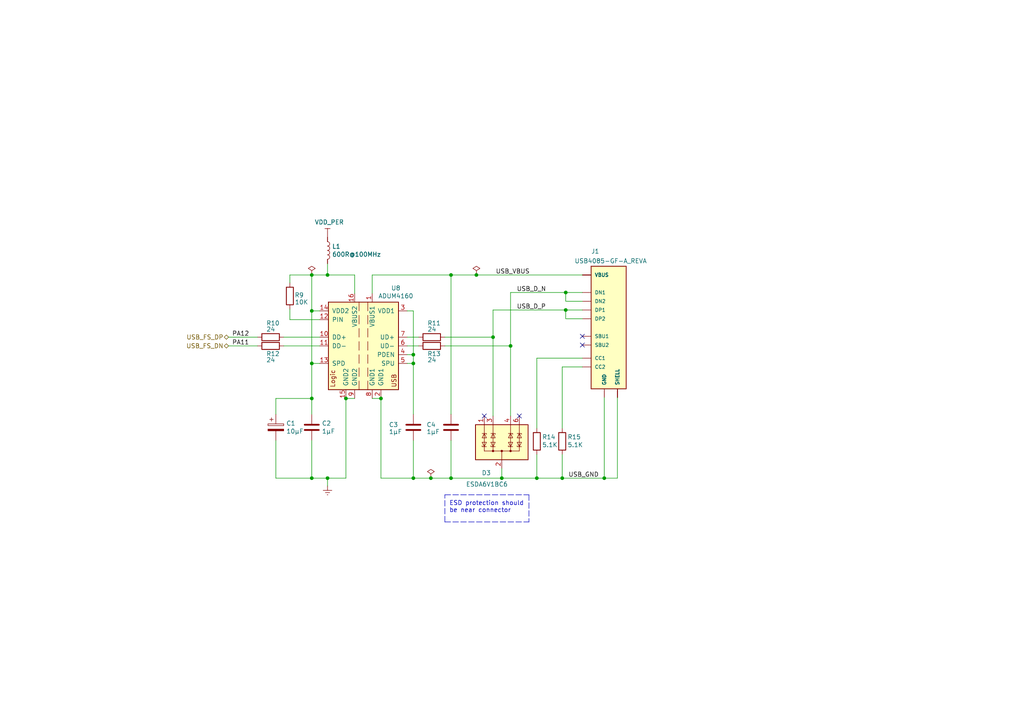
<source format=kicad_sch>
(kicad_sch (version 20211123) (generator eeschema)
  (paper "A4")
  (title_block (title "ШВУ") (date "2021-03-25") (rev "V0.3") (company "ЦВЕТМЕТНАЛАДКА") (comment 1 "Шустов В.И."))
  (lib_symbols
    (symbol "Device:C" (pin_numbers hide) (pin_names (offset 0.254))
      (property "Reference" "C" (at 0.635 2.54 0))
      (property "Value" "C" (at 0.635 -2.54 0))
      (symbol "C_0_1"
        (polyline (pts (xy -2.032 -0.762) (xy 2.032 -0.762)) (stroke (width 0.508)))
        (polyline (pts (xy -2.032 0.762) (xy 2.032 0.762)) (stroke (width 0.508)))
      )
      (symbol "C_1_1"
        (pin passive line (at 0 3.81 270) (length 2.794) (name "~") (number "1"))
        (pin passive line (at 0 -3.81 90) (length 2.794) (name "~") (number "2"))
      )
    )
    (symbol "Device:CP" (pin_numbers hide) (pin_names (offset 0.254))
      (property "Reference" "C" (at 0.635 2.54 0))
      (property "Value" "Device_CP" (at 0.635 -2.54 0))
      (symbol "CP_0_1"
        (rectangle (start -2.286 0.508) (end 2.286 1.016))
        (polyline (pts (xy -1.778 2.286) (xy -0.762 2.286)))
        (polyline (pts (xy -1.27 2.794) (xy -1.27 1.778)))
        (rectangle (start 2.286 -0.508) (end -2.286 -1.016) (fill (type outline)))
      )
      (symbol "CP_1_1"
        (pin passive line (at 0 3.81 270) (length 2.794) (name "~") (number "1"))
        (pin passive line (at 0 -3.81 90) (length 2.794) (name "~") (number "2"))
      )
    )
    (symbol "Device:L" (pin_numbers hide) (pin_names (offset 1.016) hide)
      (property "Reference" "L" (at -1.27 0 90))
      (property "Value" "L" (at 1.905 0 90))
      (symbol "L_0_1"
        (arc (start 0 -2.54) (mid 0.635 -1.905) (end 0 -1.27))
        (arc (start 0 -1.27) (mid 0.635 -0.635) (end 0 0))
        (arc (start 0 0) (mid 0.635 0.635) (end 0 1.27))
        (arc (start 0 1.27) (mid 0.635 1.905) (end 0 2.54))
      )
      (symbol "L_1_1"
        (pin passive line (at 0 3.81 270) (length 1.27) (name "1") (number "1"))
        (pin passive line (at 0 -3.81 90) (length 1.27) (name "2") (number "2"))
      )
    )
    (symbol "Device:R" (pin_numbers hide) (pin_names (offset 0))
      (property "Reference" "R" (at 2.032 0 90))
      (property "Value" "R" (at 0 0 90))
      (symbol "R_0_1"
        (rectangle (start -1.016 -2.54) (end 1.016 2.54) (stroke (width 0.254)))
      )
      (symbol "R_1_1"
        (pin passive line (at 0 3.81 270) (length 1.27) (name "~") (number "1"))
        (pin passive line (at 0 -3.81 90) (length 1.27) (name "~") (number "2"))
      )
    )
    (symbol "Power_Protection:ESDA6V1BC6" (pin_names hide)
      (property "Reference" "D" (at -2.54 -6.35 0))
      (property "Value" "ESDA6V1BC6" (at 1.27 -6.35 0))
      (symbol "ESDA6V1BC6_0_0"
        (pin passive line (at 0 -7.62 90) (length 2.54) (name "COM") (number "2"))
      )
      (symbol "ESDA6V1BC6_0_1"
        (rectangle (start -7.62 5.08) (end 7.62 -5.08) (stroke (width 0.254)) (fill (type background)))
        (circle (center -2.54 -2.54) (radius 0.254) (fill (type outline)))
        (circle (center 0 -2.54) (radius 0.254) (fill (type outline)))
        (polyline (pts (xy -5.08 -2.54) (xy -5.08 -1.27)))
        (polyline (pts (xy -5.08 -2.54) (xy 5.08 -2.54)))
        (polyline (pts (xy -5.08 2.54) (xy -5.08 -1.27)))
        (polyline (pts (xy -5.08 5.08) (xy -5.08 2.54)))
        (polyline (pts (xy -2.54 -2.54) (xy -2.54 -1.27)))
        (polyline (pts (xy -2.54 2.54) (xy -2.54 -1.27)))
        (polyline (pts (xy -2.54 5.08) (xy -2.54 2.54)))
        (polyline (pts (xy 0 -2.54) (xy 0 -5.08)))
        (polyline (pts (xy 2.54 -2.54) (xy 2.54 -1.27)))
        (polyline (pts (xy 2.54 2.54) (xy 2.54 -1.27)))
        (polyline (pts (xy 2.54 5.08) (xy 2.54 2.54)))
        (polyline (pts (xy 5.08 -2.54) (xy 5.08 -1.27)))
        (polyline (pts (xy 5.08 2.54) (xy 5.08 -1.27)))
        (polyline (pts (xy 5.08 5.08) (xy 5.08 2.54)))
        (polyline (pts (xy -5.715 -1.016) (xy -5.715 -1.27) (xy -4.445 -1.27)))
        (polyline (pts (xy -5.715 2.54) (xy -4.445 2.54) (xy -4.445 2.286)))
        (polyline (pts (xy -3.175 -1.016) (xy -3.175 -1.27) (xy -1.905 -1.27)))
        (polyline (pts (xy -3.175 2.54) (xy -1.905 2.54) (xy -1.905 2.286)))
        (polyline (pts (xy 1.905 -1.016) (xy 1.905 -1.27) (xy 3.175 -1.27)))
        (polyline (pts (xy 1.905 2.54) (xy 3.175 2.54) (xy 3.175 2.286)))
        (polyline (pts (xy 4.445 -1.016) (xy 4.445 -1.27) (xy 5.715 -1.27)))
        (polyline (pts (xy 4.445 2.54) (xy 5.715 2.54) (xy 5.715 2.286)))
        (polyline (pts (xy -5.08 -1.27) (xy -5.715 0) (xy -4.445 0) (xy -5.08 -1.27)))
        (polyline (pts (xy -5.08 2.54) (xy -4.445 1.27) (xy -5.715 1.27) (xy -5.08 2.54)))
        (polyline (pts (xy -2.54 -1.27) (xy -3.175 0) (xy -1.905 0) (xy -2.54 -1.27)))
        (polyline (pts (xy -2.54 2.54) (xy -1.905 1.27) (xy -3.175 1.27) (xy -2.54 2.54)))
        (polyline (pts (xy 2.54 -1.27) (xy 1.905 0) (xy 3.175 0) (xy 2.54 -1.27)))
        (polyline (pts (xy 2.54 2.54) (xy 3.175 1.27) (xy 1.905 1.27) (xy 2.54 2.54)))
        (polyline (pts (xy 5.08 -1.27) (xy 4.445 0) (xy 5.715 0) (xy 5.08 -1.27)))
        (polyline (pts (xy 5.08 2.54) (xy 5.715 1.27) (xy 4.445 1.27) (xy 5.08 2.54)))
        (circle (center 2.54 -2.54) (radius 0.254) (fill (type outline)))
      )
      (symbol "ESDA6V1BC6_1_1"
        (pin passive line (at -5.08 7.62 270) (length 2.54) (name "TVS1") (number "1"))
        (pin passive line (at -2.54 7.62 270) (length 2.54) (name "TVS2") (number "3"))
        (pin passive line (at 2.54 7.62 270) (length 2.54) (name "TVS3") (number "4"))
        (pin passive line (at 0 -7.62 90) (length 2.54) hide (name "COM") (number "5"))
        (pin passive line (at 5.08 7.62 270) (length 2.54) (name "TVS4") (number "6"))
      )
    )
    (symbol "SVIELCOM_Library:USB4085-GF-A_REVA" (pin_numbers hide) (pin_names (offset 1.016))
      (property "Reference" "J" (at -5.1054 18.3134 0))
      (property "Value" "SVIELCOM_Library_USB4085-GF-A_REVA" (at 6.35 -11.43 0))
      (symbol "USB4085-GF-A_REVA_0_0"
        (rectangle (start -5.08 -17.78) (end 5.08 17.78) (stroke (width 0.254)) (fill (type background)))
        (pin passive line (at -1.27 -20.32 90) (length 2.54) (name "GND") (number "A1"))
        (pin passive line (at -1.27 -20.32 90) (length 2.54) (name "GND") (number "A12"))
        (pin power_in line (at -7.62 15.24 0) (length 2.54) (name "VBUS") (number "A4"))
        (pin bidirectional line (at -7.62 -8.89 0) (length 2.54) (name "CC1") (number "A5"))
        (pin bidirectional line (at -7.62 5.08 0) (length 2.54) (name "DP1") (number "A6"))
        (pin bidirectional line (at -7.62 10.16 0) (length 2.54) (name "DN1") (number "A7"))
        (pin bidirectional line (at -7.62 -2.54 0) (length 2.54) (name "SBU1") (number "A8"))
        (pin power_in line (at -7.62 15.24 0) (length 2.54) (name "VBUS") (number "A9"))
        (pin passive line (at -1.27 -20.32 90) (length 2.54) (name "GND") (number "B1"))
        (pin passive line (at -1.27 -20.32 90) (length 2.54) (name "GND") (number "B12"))
        (pin power_in line (at -7.62 15.24 0) (length 2.54) (name "VBUS") (number "B4"))
        (pin bidirectional line (at -7.62 -11.43 0) (length 2.54) (name "CC2") (number "B5"))
        (pin bidirectional line (at -7.62 2.54 0) (length 2.54) (name "DP2") (number "B6"))
        (pin bidirectional line (at -7.62 7.62 0) (length 2.54) (name "DN2") (number "B7"))
        (pin bidirectional line (at -7.62 -5.08 0) (length 2.54) (name "SBU2") (number "B8"))
        (pin power_in line (at -7.62 15.24 0) (length 2.54) (name "VBUS") (number "B9"))
        (pin passive line (at 2.54 -20.32 90) (length 2.54) (name "SHELL") (number "P1"))
        (pin passive line (at 2.54 -20.32 90) (length 2.54) (name "SHELL") (number "P2"))
        (pin passive line (at 2.54 -20.32 90) (length 2.54) (name "SHELL") (number "P3"))
        (pin passive line (at 2.54 -20.32 90) (length 2.54) (name "SHELL") (number "P4"))
      )
    )
    (symbol "SVIELCOM_Library:VDD_PER" (power) (pin_names (offset 0))
      (property "Value" "SVIELCOM_Library_VDD_PER" (at 0 3.81 0))
      (symbol "VDD_PER_0_1"
        (polyline (pts (xy -0.762 2.54) (xy 0 2.54)))
        (polyline (pts (xy 0 0) (xy 0 2.54)))
        (polyline (pts (xy 0 2.54) (xy 0.762 2.54)))
      )
      (symbol "VDD_PER_1_1"
        (pin power_in line (at 0 0 90) (length 0) hide (name "VDD_PER") (number "1"))
      )
    )
    (symbol "Schema_and_PCB-rescue:ADUM4160-Interface_USB" (pin_names (offset 1.016))
      (property "Reference" "U" (at -10.16 13.97 0))
      (property "Value" "ADUM4160-Interface_USB" (at 3.81 13.97 0))
      (symbol "ADUM4160-Interface_USB_0_0"
        (text "Logic" (at 8.89 -12.065 900) (effects (font (size 1.27 1.27)) (justify left)))
      )
      (symbol "ADUM4160-Interface_USB_0_1"
        (rectangle (start -10.16 12.7) (end 10.16 -12.7) (stroke (width 0.254)) (fill (type background)))
        (polyline (pts (xy -1.27 -10.16) (xy -1.27 -12.7)))
        (polyline (pts (xy -1.27 -6.35) (xy -1.27 -8.89)))
        (polyline (pts (xy -1.27 -2.54) (xy -1.27 -5.08)))
        (polyline (pts (xy -1.27 1.27) (xy -1.27 -1.27)))
        (polyline (pts (xy -1.27 5.08) (xy -1.27 2.54)))
        (polyline (pts (xy -1.27 8.89) (xy -1.27 6.35)))
        (polyline (pts (xy -1.27 12.7) (xy -1.27 10.16)))
        (polyline (pts (xy 1.27 -10.16) (xy 1.27 -12.7)))
        (polyline (pts (xy 1.27 -6.35) (xy 1.27 -8.89)))
        (polyline (pts (xy 1.27 -2.54) (xy 1.27 -5.08)))
        (polyline (pts (xy 1.27 1.27) (xy 1.27 -1.27)))
        (polyline (pts (xy 1.27 5.08) (xy 1.27 2.54)))
        (polyline (pts (xy 1.27 8.89) (xy 1.27 6.35)))
        (polyline (pts (xy 1.27 12.7) (xy 1.27 10.16)))
      )
      (symbol "ADUM4160-Interface_USB_1_0"
        (text "USB" (at -8.89 -12.065 900) (effects (font (size 1.27 1.27)) (justify left)))
      )
      (symbol "ADUM4160-Interface_USB_1_1"
        (pin power_in line (at -2.54 15.24 270) (length 2.54) (name "VBUS1") (number "1"))
        (pin bidirectional line (at 12.7 2.54 180) (length 2.54) (name "DD+") (number "10"))
        (pin bidirectional line (at 12.7 0 180) (length 2.54) (name "DD-") (number "11"))
        (pin input line (at 12.7 7.62 180) (length 2.54) (name "PIN") (number "12"))
        (pin input line (at 12.7 -5.08 180) (length 2.54) (name "SPD") (number "13"))
        (pin power_in line (at 12.7 10.16 180) (length 2.54) (name "VDD2") (number "14"))
        (pin power_in line (at 5.08 -15.24 90) (length 2.54) (name "GND2") (number "15"))
        (pin power_in line (at 2.54 15.24 270) (length 2.54) (name "VBUS2") (number "16"))
        (pin power_in line (at -5.08 -15.24 90) (length 2.54) (name "GND1") (number "2"))
        (pin power_out line (at -12.7 10.16 0) (length 2.54) (name "VDD1") (number "3"))
        (pin input line (at -12.7 -2.54 0) (length 2.54) (name "PDEN") (number "4"))
        (pin input line (at -12.7 -5.08 0) (length 2.54) (name "SPU") (number "5"))
        (pin bidirectional line (at -12.7 0 0) (length 2.54) (name "UD-") (number "6"))
        (pin bidirectional line (at -12.7 2.54 0) (length 2.54) (name "UD+") (number "7"))
        (pin power_in line (at -2.54 -15.24 90) (length 2.54) (name "GND1") (number "8"))
        (pin power_in line (at 2.54 -15.24 90) (length 2.54) (name "GND2") (number "9"))
      )
    )
    (symbol "power:GNDREF" (power) (pin_names (offset 0))
      (property "Value" "GNDREF" (at 0 -3.81 0))
      (symbol "GNDREF_0_1"
        (polyline (pts (xy -0.635 -1.905) (xy 0.635 -1.905)))
        (polyline (pts (xy -0.127 -2.54) (xy 0.127 -2.54)))
        (polyline (pts (xy 0 -1.27) (xy 0 0)))
        (polyline (pts (xy 1.27 -1.27) (xy -1.27 -1.27)))
      )
      (symbol "GNDREF_1_1"
        (pin power_in line (at 0 0 270) (length 0) hide (name "GNDREF") (number "1"))
      )
    )
    (symbol "power:PWR_FLAG" (power) (pin_numbers hide) (pin_names (offset 0) hide)
      (property "Value" "PWR_FLAG" (at 0 3.81 0))
      (symbol "PWR_FLAG_0_0"
        (pin power_out line (at 0 0 90) (length 0) (name "pwr") (number "1"))
      )
      (symbol "PWR_FLAG_0_1"
        (polyline (pts (xy 0 0) (xy 0 1.27) (xy -1.016 1.905) (xy 0 2.54) (xy 1.016 1.905) (xy 0 1.27)))
      )
    )
  )
  (junction (at 164.084 89.916))
  (junction (at 100.33 115.57))
  (junction (at 90.424 90.17))
  (junction (at 94.996 138.684))
  (junction (at 119.888 105.41))
  (junction (at 155.702 138.684))
  (junction (at 163.068 138.684))
  (junction (at 124.968 138.684))
  (junction (at 130.81 79.756))
  (junction (at 119.888 102.87))
  (junction (at 138.176 79.756))
  (junction (at 145.542 138.684))
  (junction (at 90.424 115.57))
  (junction (at 143.002 97.79))
  (junction (at 94.996 79.756))
  (junction (at 90.424 79.756))
  (junction (at 90.424 138.684))
  (junction (at 148.082 100.33))
  (junction (at 119.888 138.684))
  (junction (at 90.424 105.41))
  (junction (at 164.084 84.836))
  (junction (at 130.81 138.684))
  (junction (at 175.26 138.684))
  (junction (at 110.49 115.57))
  (no_connect (at 140.462 120.65))
  (no_connect (at 168.91 100.076))
  (no_connect (at 168.91 97.536))
  (no_connect (at 150.622 120.65))
  (wire (pts (xy 80.01 138.684) (xy 90.424 138.684)))
  (wire (pts (xy 90.424 79.756) (xy 90.424 90.17)))
  (wire (pts (xy 121.412 97.79) (xy 118.11 97.79)))
  (wire (pts (xy 80.01 127.762) (xy 80.01 138.684)))
  (wire (pts (xy 164.084 92.456) (xy 164.084 89.916)))
  (wire (pts (xy 94.996 140.97) (xy 94.996 138.684)))
  (polyline (pts (xy 129.032 151.384) (xy 153.416 151.384)))
  (wire (pts (xy 94.996 138.684) (xy 90.424 138.684)))
  (wire (pts (xy 107.95 115.57) (xy 110.49 115.57)))
  (wire (pts (xy 118.11 102.87) (xy 119.888 102.87)))
  (wire (pts (xy 129.032 97.79) (xy 143.002 97.79)))
  (wire (pts (xy 148.082 120.65) (xy 148.082 100.33)))
  (wire (pts (xy 163.068 138.684) (xy 175.26 138.684)))
  (wire (pts (xy 168.91 92.456) (xy 164.084 92.456)))
  (wire (pts (xy 143.002 120.65) (xy 143.002 97.79)))
  (wire (pts (xy 119.888 90.17) (xy 119.888 102.87)))
  (wire (pts (xy 90.424 115.57) (xy 90.424 120.142)))
  (wire (pts (xy 155.702 138.684) (xy 163.068 138.684)))
  (wire (pts (xy 119.888 120.142) (xy 119.888 105.41)))
  (wire (pts (xy 94.996 79.756) (xy 102.87 79.756)))
  (wire (pts (xy 84.074 79.756) (xy 90.424 79.756)))
  (wire (pts (xy 130.81 127.762) (xy 130.81 138.684)))
  (polyline (pts (xy 153.416 143.51) (xy 153.416 151.384)))
  (wire (pts (xy 164.084 89.916) (xy 143.002 89.916)))
  (wire (pts (xy 100.33 115.57) (xy 100.33 138.684)))
  (wire (pts (xy 82.296 100.33) (xy 92.71 100.33)))
  (wire (pts (xy 148.082 84.836) (xy 148.082 100.33)))
  (wire (pts (xy 90.424 90.17) (xy 90.424 105.41)))
  (wire (pts (xy 164.084 87.376) (xy 164.084 84.836)))
  (wire (pts (xy 164.084 84.836) (xy 148.082 84.836)))
  (wire (pts (xy 130.81 79.756) (xy 138.176 79.756)))
  (wire (pts (xy 84.074 89.662) (xy 84.074 92.71)))
  (wire (pts (xy 138.176 79.756) (xy 168.91 79.756)))
  (wire (pts (xy 155.702 103.886) (xy 155.702 124.206)))
  (wire (pts (xy 80.01 115.57) (xy 90.424 115.57)))
  (wire (pts (xy 118.11 105.41) (xy 119.888 105.41)))
  (wire (pts (xy 66.294 97.79) (xy 74.676 97.79)))
  (wire (pts (xy 119.888 138.684) (xy 124.968 138.684)))
  (wire (pts (xy 145.542 138.684) (xy 155.702 138.684)))
  (wire (pts (xy 82.296 97.79) (xy 92.71 97.79)))
  (wire (pts (xy 107.95 79.756) (xy 130.81 79.756)))
  (wire (pts (xy 179.07 138.684) (xy 175.26 138.684)))
  (wire (pts (xy 90.424 105.41) (xy 90.424 115.57)))
  (wire (pts (xy 163.068 138.684) (xy 163.068 131.826)))
  (wire (pts (xy 163.068 106.426) (xy 168.91 106.426)))
  (wire (pts (xy 94.996 76.454) (xy 94.996 79.756)))
  (polyline (pts (xy 129.032 151.384) (xy 129.032 143.51)))
  (wire (pts (xy 90.424 105.41) (xy 92.71 105.41)))
  (wire (pts (xy 118.11 100.33) (xy 121.412 100.33)))
  (wire (pts (xy 175.26 138.684) (xy 175.26 115.316)))
  (polyline (pts (xy 129.032 143.51) (xy 153.416 143.51)))
  (wire (pts (xy 168.91 87.376) (xy 164.084 87.376)))
  (wire (pts (xy 130.81 138.684) (xy 145.542 138.684)))
  (wire (pts (xy 168.91 89.916) (xy 164.084 89.916)))
  (wire (pts (xy 155.702 131.826) (xy 155.702 138.684)))
  (wire (pts (xy 84.074 82.042) (xy 84.074 79.756)))
  (wire (pts (xy 119.888 105.41) (xy 119.888 102.87)))
  (wire (pts (xy 129.032 100.33) (xy 148.082 100.33)))
  (wire (pts (xy 84.074 92.71) (xy 92.71 92.71)))
  (wire (pts (xy 168.91 84.836) (xy 164.084 84.836)))
  (wire (pts (xy 168.91 103.886) (xy 155.702 103.886)))
  (wire (pts (xy 119.888 127.762) (xy 119.888 138.684)))
  (wire (pts (xy 110.49 115.57) (xy 110.49 138.684)))
  (wire (pts (xy 102.87 115.57) (xy 100.33 115.57)))
  (wire (pts (xy 90.424 90.17) (xy 92.71 90.17)))
  (wire (pts (xy 130.81 120.142) (xy 130.81 79.756)))
  (wire (pts (xy 100.33 138.684) (xy 94.996 138.684)))
  (wire (pts (xy 90.424 138.684) (xy 90.424 127.762)))
  (wire (pts (xy 163.068 106.426) (xy 163.068 124.206)))
  (wire (pts (xy 107.95 79.756) (xy 107.95 85.09)))
  (wire (pts (xy 124.968 138.684) (xy 130.81 138.684)))
  (wire (pts (xy 118.11 90.17) (xy 119.888 90.17)))
  (wire (pts (xy 110.49 138.684) (xy 119.888 138.684)))
  (wire (pts (xy 102.87 85.09) (xy 102.87 79.756)))
  (wire (pts (xy 145.542 135.89) (xy 145.542 138.684)))
  (wire (pts (xy 179.07 115.316) (xy 179.07 138.684)))
  (wire (pts (xy 80.01 120.142) (xy 80.01 115.57)))
  (wire (pts (xy 66.294 100.33) (xy 74.676 100.33)))
  (wire (pts (xy 143.002 89.916) (xy 143.002 97.79)))
  (wire (pts (xy 94.996 79.756) (xy 90.424 79.756)))
  (text "ESD protection should\nbe near connector\n" (at 130.302 148.844 0) (effects (font (size 1.27 1.27)) (justify left bottom)))
  (label "USB_VBUS" (at 143.764 79.756 0))
  (label "PA11" (at 67.31 100.33 0))
  (label "USB_GND" (at 164.846 138.684 0))
  (label "PA12" (at 67.31 97.79 0))
  (label "USB_D_N" (at 149.86 84.836 0))
  (label "USB_D_P" (at 149.86 89.916 0))
  (hierarchical_label "USB_FS_DN" (shape bidirectional) (at 66.294 100.33 180))
  (hierarchical_label "USB_FS_DP" (shape bidirectional) (at 66.294 97.79 180))
  (symbol (lib_id "Device:R") (at 84.074 85.852 180) (unit 1)
    (property "Reference" "R9" (at 88.138 85.598 0) (effects (justify left)))
    (property "Value" "10K" (at 89.408 87.63 0) (effects (justify left)))
    (property "Footprint" "Resistor_SMD:R_0805_2012Metric_Pad1.20x1.40mm_HandSolder" (effects hide))
    (property "Type" "RC0805FR-0710KL" (effects hide))
  )
  (symbol (lib_id "Power_Protection:ESDA6V1BC6") (at 145.542 128.27 0) (unit 1)
    (property "Reference" "D3" (at 139.7 137.16 0) (effects (justify left)))
    (property "Value" "ESDA6V1BC6" (at 135.128 140.462 0) (effects (justify left)))
    (property "Footprint" "Package_TO_SOT_SMD:SOT-23-6" (effects hide))
    (property "Datasheet" "http://www.st.com/content/ccc/resource/technical/document/datasheet/21/07/21/e3/a8/df/42/a2/CD00001906.pdf/files/CD00001906.pdf/jcr:content/translations/en.CD00001906.pdf" (effects hide))
  )
  (symbol (lib_id "Schema_and_PCB-rescue:ADUM4160-Interface_USB") (at 105.41 100.33 0) (mirror y) (unit 1)
    (property "Reference" "U8" (at 114.808 83.566 0))
    (property "Value" "ADUM4160" (at 114.808 85.852 0))
    (property "Footprint" "Package_SO:SOIC-16W_7.5x10.3mm_P1.27mm" (effects hide))
    (property "Datasheet" "https://www.analog.com/media/en/technical-documentation/data-sheets/ADuM4160.pdf" (effects hide))
  )
  (symbol (lib_id "Device:R") (at 155.702 128.016 0) (unit 1)
    (property "Reference" "R14" (at 157.226 126.746 0) (effects (justify left)))
    (property "Value" "5.1K" (at 157.226 129.032 0) (effects (justify left)))
    (property "Footprint" "Resistor_SMD:R_0805_2012Metric_Pad1.20x1.40mm_HandSolder" (effects hide))
    (property "Type" "RC0805FR-075K1L" (effects hide))
  )
  (symbol (lib_id "Device:R") (at 163.068 128.016 0) (unit 1)
    (property "Reference" "R15" (at 164.592 126.746 0) (effects (justify left)))
    (property "Value" "5.1K" (at 164.592 129.032 0) (effects (justify left)))
    (property "Footprint" "Resistor_SMD:R_0805_2012Metric_Pad1.20x1.40mm_HandSolder" (effects hide))
    (property "Type" "RC0805FR-075K1L" (effects hide))
  )
  (symbol (lib_id "Device:R") (at 125.222 97.79 270) (unit 1)
    (property "Reference" "R11" (at 123.952 93.726 90) (effects (justify left)))
    (property "Value" "24" (at 123.952 95.504 90) (effects (justify left)))
    (property "Footprint" "Resistor_SMD:R_0805_2012Metric_Pad1.20x1.40mm_HandSolder" (effects hide))
    (property "Type" "RC0805FR-0724RL" (effects hide))
  )
  (symbol (lib_id "Device:R") (at 125.222 100.33 270) (unit 1)
    (property "Reference" "R13" (at 123.952 102.616 90) (effects (justify left)))
    (property "Value" "24" (at 123.952 104.394 90) (effects (justify left)))
    (property "Footprint" "Resistor_SMD:R_0805_2012Metric_Pad1.20x1.40mm_HandSolder" (effects hide))
    (property "Type" "RC0805FR-0724RL" (effects hide))
  )
  (symbol (lib_id "Device:C") (at 130.81 123.952 0) (unit 1)
    (property "Reference" "C4" (at 123.698 123.19 0) (effects (justify left)))
    (property "Value" "1µF" (at 123.698 125.222 0) (effects (justify left)))
    (property "Footprint" "Capacitor_SMD:C_0603_1608Metric_Pad1.08x0.95mm_HandSolder" (effects hide))
    (property "Datasheet" "https://www.farnell.com/datasheets/2048520.pdf" (effects hide))
    (property "Type" "GRM188R7YA105KA12D" (effects hide))
  )
  (symbol (lib_id "Device:C") (at 119.888 123.952 0) (unit 1)
    (property "Reference" "C3" (at 112.776 123.19 0) (effects (justify left)))
    (property "Value" "1µF" (at 112.776 125.222 0) (effects (justify left)))
    (property "Footprint" "Capacitor_SMD:C_0603_1608Metric_Pad1.08x0.95mm_HandSolder" (effects hide))
    (property "Datasheet" "https://www.farnell.com/datasheets/2048520.pdf" (effects hide))
    (property "Type" "GRM188R7YA105KA12D" (effects hide))
  )
  (symbol (lib_id "Device:C") (at 90.424 123.952 0) (unit 1)
    (property "Reference" "C2" (at 93.345 122.7836 0) (effects (justify left)))
    (property "Value" "1µF" (at 93.345 125.095 0) (effects (justify left)))
    (property "Footprint" "Capacitor_SMD:C_0603_1608Metric_Pad1.08x0.95mm_HandSolder" (effects hide))
    (property "Datasheet" "https://www.farnell.com/datasheets/2048520.pdf" (effects hide))
    (property "Type" "CL10B105KA8NNNC" (effects hide))
  )
  (symbol (lib_id "power:GNDREF") (at 94.996 140.97 0) (unit 1)
    (property "Reference" "#PWR010" (effects hide))
    (property "Value" "GNDREF" (effects hide))
  )
  (symbol (lib_id "SVIELCOM_Library:VDD_PER") (at 94.996 68.834 0) (unit 1)
    (property "Reference" "#PWR09" (effects hide))
    (property "Value" "VDD_PER" (at 95.504 64.4398 0))
  )
  (symbol (lib_id "Device:L") (at 94.996 72.644 0) (unit 1)
    (property "Reference" "L1" (at 96.3168 71.4756 0) (effects (justify left)))
    (property "Value" "600R@100MHz" (at 96.3168 73.787 0) (effects (justify left)))
    (property "Footprint" "Inductor_SMD:L_0805_2012Metric_Pad1.15x1.40mm_HandSolder" (effects hide))
    (property "Datasheet" "https://www.terraelectronica.ru/pdf/show?pdf_file=http%253A%252F%252Fwww.mouser.com%252Fds%252F2%252F396%252Fmlci07_e-9531.pdf" (effects hide))
    (property "Type" "BK2125HS601-T" (effects hide))
  )
  (symbol (lib_id "Device:R") (at 78.486 97.79 270) (unit 1)
    (property "Reference" "R10" (at 77.216 93.726 90) (effects (justify left)))
    (property "Value" "24" (at 77.216 95.504 90) (effects (justify left)))
    (property "Footprint" "Resistor_SMD:R_0805_2012Metric_Pad1.20x1.40mm_HandSolder" (effects hide))
    (property "Type" "RC0805FR-0724RL" (effects hide))
  )
  (symbol (lib_id "Device:R") (at 78.486 100.33 270) (unit 1)
    (property "Reference" "R12" (at 77.216 102.616 90) (effects (justify left)))
    (property "Value" "24" (at 77.216 104.394 90) (effects (justify left)))
    (property "Footprint" "Resistor_SMD:R_0805_2012Metric_Pad1.20x1.40mm_HandSolder" (effects hide))
    (property "Type" "RC0805FR-0724RL" (effects hide))
  )
  (symbol (lib_id "Device:CP") (at 80.01 123.952 0) (unit 1)
    (property "Reference" "C1" (at 83.0072 122.7836 0) (effects (justify left)))
    (property "Value" "10µF" (at 83.0072 125.095 0) (effects (justify left)))
    (property "Footprint" "Capacitor_Tantalum_SMD:CP_EIA-3216-10_Kemet-I" (effects hide))
    (property "Datasheet" "http://www.mouser.com/ds/2/427/593d-239975.pdf" (effects hide))
    (property "Type" "593D106X9016A2TE3" (effects hide))
  )
  (symbol (lib_id "power:PWR_FLAG") (at 138.176 79.756 0) (unit 1)
    (property "Reference" "#FLG02" (effects hide))
    (property "Value" "PWR_FLAG" (effects hide))
  )
  (symbol (lib_id "power:PWR_FLAG") (at 124.968 138.684 0) (unit 1)
    (property "Reference" "#FLG03" (effects hide))
    (property "Value" "PWR_FLAG" (effects hide))
  )
  (symbol (lib_id "power:PWR_FLAG") (at 90.424 79.756 0) (unit 1)
    (property "Reference" "#FLG01" (effects hide))
    (property "Value" "PWR_FLAG" (effects hide))
  )
  (symbol (lib_id "SVIELCOM_Library:USB4085-GF-A_REVA") (at 176.53 94.996 0) (unit 1)
    (property "Reference" "J1" (at 171.45 72.898 0) (effects (justify left)))
    (property "Value" "USB4085-GF-A_REVA" (at 166.624 75.692 0) (effects (justify left)))
    (property "Footprint" "SVIELCOM:GCT_USB4085-GF-A_REVA" (effects hide))
    (property "Datasheet" "https://www.farnell.com/cad/2648880.pdf" (effects hide))
    (property "PARTREV" "A2" (effects hide))
    (property "MAXIMUM_PACKAGE_HEIGHT" "3.46mm" (effects hide))
    (property "STANDARD" "Manufacturer Recommendations" (effects hide))
    (property "MANUFACTURER" "Global Connector Technology" (effects hide))
  )
)
</source>
